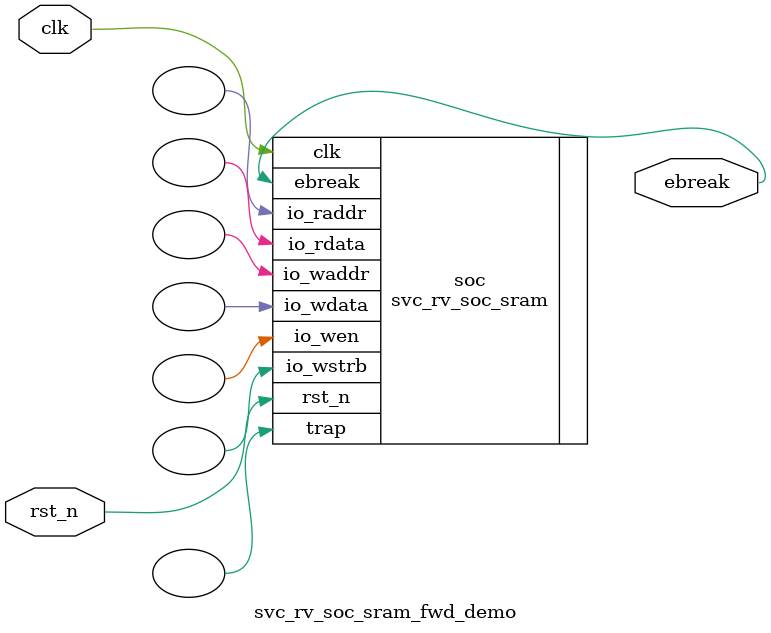
<source format=sv>
`ifndef SVC_RV_SOC_SRAM_FWD_DEMO_SV
`define SVC_RV_SOC_SRAM_FWD_DEMO_SV

`include "svc.sv"
`include "svc_rv_soc_sram.sv"

module svc_rv_soc_sram_fwd_demo (
    input  logic clk,
    input  logic rst_n,
    output logic ebreak
);

  //
  // Instantiate the RISC-V SoC with program pre-loaded in IMEM
  //
  // Program loaded from program.hex into IMEM
  // Fibonacci(100) - computes 100th Fibonacci number (truncated to 32-bit) in x11
  // Result is then shifted left by 1 in x30
  // This exercises ALU, branches, loops, and register forwarding
  //
  // Program includes performance counter reads (RDCYCLE, RDINSTRET)
  // before and after the main computation for CPI measurement
  //
  // This program only uses registers, so it doesn't need any DMEM,
  // and only uses 18 instructions (72 bytes), so IMEM_AW 5 (128 bytes)
  // is sufficient. These overrides can be removed when bram is used.
  //
  // FWD=1 enables MEM->EX data forwarding to reduce pipeline stalls
  //
  svc_rv_soc_sram #(
      .XLEN       (32),
      .IMEM_DEPTH (32),
      .DMEM_DEPTH (2),
      .PIPELINED  (1),
      .FWD_REGFILE(1),
      .FWD        (1),
      .BPRED      (1),
      .BTB_ENABLE (1),
      .PC_REG     (1),
      .IMEM_INIT  ("rtl/svc_rv_soc_sram_fwd_demo/program.hex")
  ) soc (
      .clk     (clk),
      .rst_n   (rst_n),
      .ebreak  (ebreak),
      .trap    (),
      .io_raddr(),
      .io_rdata(),
      .io_wen  (),
      .io_waddr(),
      .io_wdata(),
      .io_wstrb()
  );

endmodule

`endif

</source>
